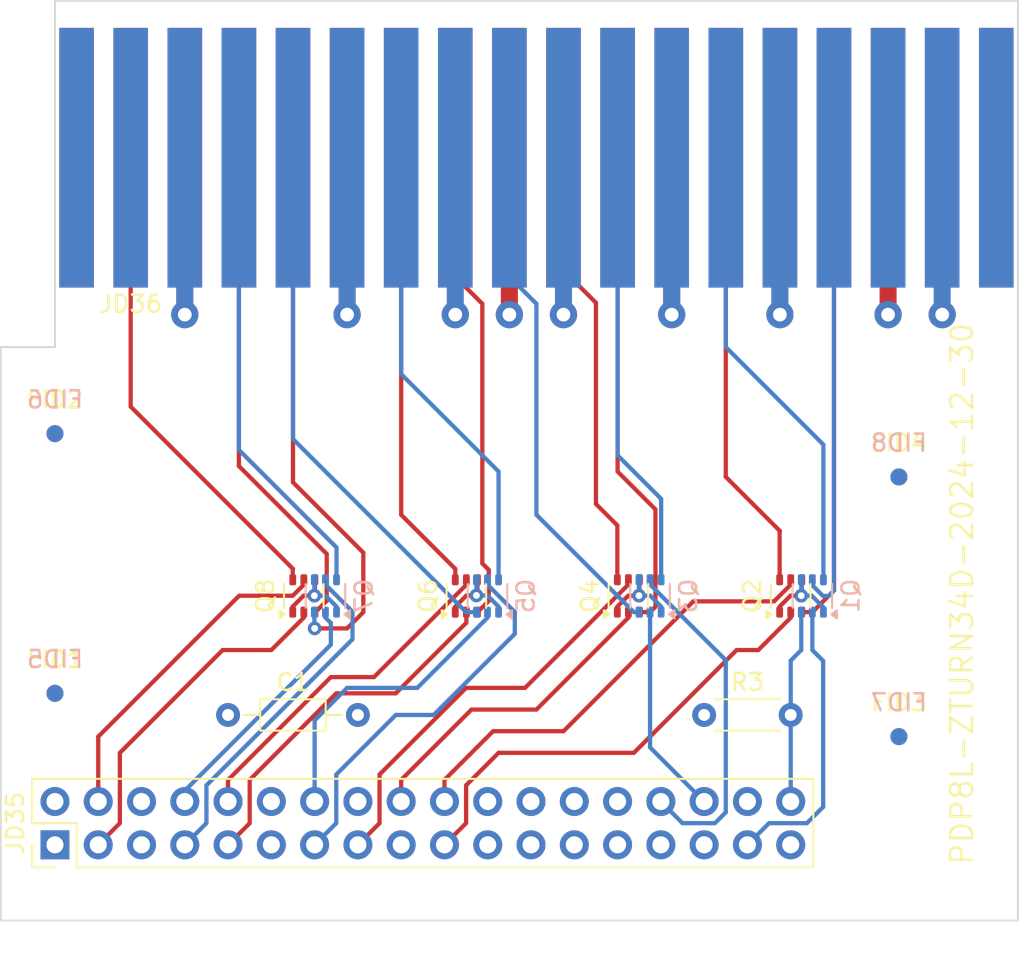
<source format=kicad_pcb>
(kicad_pcb (version 20221018) (generator pcbnew)
  (layers (0 "F.Cu" signal) (1 "In1.Cu" signal) (2 "In2.Cu" signal) (31 "B.Cu" signal) (34 "B.Paste" user) (35 "F.Paste" user) (36 "B.SilkS" user "B.Silkscreen") (37 "F.SilkS" user "F.Silkscreen") (38 "B.Mask" user) (39 "F.Mask" user) (44 "Edge.Cuts" user))
  (net 0 "")
  (net 1 "/jINPUTBUS_00")
  (net 2 "/jINPUTBUS_01")
  (net 3 "/jINPUTBUS_09")
  (net 4 "/jINPUTBUS_02")
  (net 5 "/jINPUTBUS_10")
  (net 6 "/jINPUTBUS_03")
  (net 7 "/jINPUTBUS_11")
  (net 8 "/jINPUTBUS_04")
  (net 9 "/j_IO_SKIP")
  (net 10 "/jINPUTBUS_05")
  (net 11 "/jINPUTBUS_06")
  (net 12 "/j_INT_RQST")
  (net 13 "/jINPUTBUS_07")
  (net 14 "/j_AC_CLEAR")
  (net 15 "/jINPUTBUS_08")
  (net 16 "/p_B_RUN")
  (net 17 "GND")
  (net 18 "+5V")
  (net 21 "/x_INPUTBUS")
  (net 26 "/PIOBUSA")
  (net 27 "/PIOBUSH")
  (net 28 "/PIOBUSB")
  (net 29 "/PIOBUSJ")
  (net 30 "/PIOBUSC")
  (net 31 "/PIOBUSK")
  (net 32 "/PIOBUSD")
  (net 33 "/PIOBUSL")
  (net 34 "/PIOBUSE")
  (net 35 "/PIOBUSM")
  (net 36 "/PIOBUSF")
  (net 37 "/PIOBUSN")
  (net 39 "/r_BMB")
  (net 40 "/iIO_SKIP")
  (net 41 "/iAC_CLEAR")
  (net 42 "/oB_RUN")
  (net 44 "+3V3")
  (net 45 "/iINT_RQST")
  (footprint "Resistor_THT:R_Axial_DIN0204_L3.6mm_D1.6mm_P7.62mm_Horizontal" (layer "F.Cu") (at 13.335 41.91)
    (fp_text reference "C1" (at 3.81 -1.92) (layer "F.SilkS"))
    (fp_text value "0.1u")
    (fp_line (start 0.94 0) (end 1.89 0) (stroke (width 0.12)) (layer "F.SilkS"))
    (fp_line (start 1.89 -0.92) (end 1.89 0.92) (stroke (width 0.12)) (layer "F.SilkS"))
    (fp_line (start 1.89 0.92) (end 5.73 0.92) (stroke (width 0.12)) (layer "F.SilkS"))
    (fp_line (start 5.73 -0.92) (end 1.89 -0.92) (stroke (width 0.12)) (layer "F.SilkS"))
    (fp_line (start 5.73 0.92) (end 5.73 -0.92) (stroke (width 0.12)) (layer "F.SilkS"))
    (fp_line (start 6.68 0) (end 5.73 0) (stroke (width 0.12)) (layer "F.SilkS"))
    (pad "1" thru_hole circle (at 0 0) (size 1.4 1.4) (drill 0.7) (layers "*.Cu" "*.Mask") (net 44 "+3V3"))
    (pad "2" thru_hole oval (at 7.62 0) (size 1.4 1.4) (drill 0.7) (layers "*.Cu" "*.Mask") (net 17 "GND"))
  )
  (footprint "Fiducial:Fiducial_1mm_Mask2mm" (layer "F.Cu") (at 3.175 25.4)
    (fp_text reference "FID2" (at 0 -2) (layer "F.SilkS"))
    (fp_text value "Fiducial")
    (pad "" smd circle (at 0 0) (size 1 1) (layers "F.Cu" "F.Mask") (clearance 0.5))
  )
  (footprint "Package_TO_SOT_SMD:SOT-363_SC-70-6" (layer "F.Cu") (at 17.78 34.925 90)
    (fp_text reference "Q8" (at 0 -2.25 90) (layer "F.SilkS"))
    (fp_text value "SSM6N15AFU")
    (fp_line (start -0.71 -1.16) (end 0.7 -1.16) (stroke (width 0.12)) (layer "F.SilkS"))
    (fp_line (start -0.7 1.16) (end 0.7 1.16) (stroke (width 0.12)) (layer "F.SilkS"))
    (fp_poly (pts (xy -1.08 -1.11) (xy -1.32 -1.44) (xy -0.84 -1.44) (xy -1.08 -1.11)) (stroke (width 0.12)) (fill solid) (layer "F.SilkS"))
    (pad "1" smd roundrect (at -0.95 -0.65 90) (size 0.65 0.4) (layers "F.Cu" "F.Paste" "F.Mask") (net 17 "GND"))
    (pad "2" smd roundrect (at -0.95 0 90) (size 0.65 0.4) (layers "F.Cu" "F.Paste" "F.Mask") (net 26 "/PIOBUSA"))
    (pad "3" smd roundrect (at -0.95 0.65 90) (size 0.65 0.4) (layers "F.Cu" "F.Paste" "F.Mask") (net 2 "/jINPUTBUS_01"))
    (pad "4" smd roundrect (at 0.95 0.65 90) (size 0.65 0.4) (layers "F.Cu" "F.Paste" "F.Mask") (net 17 "GND"))
    (pad "5" smd roundrect (at 0.95 0 90) (size 0.65 0.4) (layers "F.Cu" "F.Paste" "F.Mask") (net 27 "/PIOBUSH"))
    (pad "6" smd roundrect (at 0.95 -0.65 90) (size 0.65 0.4) (layers "F.Cu" "F.Paste" "F.Mask") (net 1 "/jINPUTBUS_00"))
  )
  (footprint "Fiducial:Fiducial_1mm_Mask2mm" (layer "F.Cu") (at 3.175 40.64)
    (fp_text reference "FID1" (at 0 -2) (layer "F.SilkS"))
    (fp_text value "Fiducial")
    (pad "" smd circle (at 0 0) (size 1 1) (layers "F.Cu" "F.Mask") (clearance 0.5))
  )
  (footprint "Package_TO_SOT_SMD:SOT-363_SC-70-6" (layer "F.Cu") (at 27.32 34.9275 90)
    (fp_text reference "Q6" (at 0 -2.25 90) (layer "F.SilkS"))
    (fp_text value "SSM6N15AFU")
    (fp_line (start -0.71 -1.16) (end 0.7 -1.16) (stroke (width 0.12)) (layer "F.SilkS"))
    (fp_line (start -0.7 1.16) (end 0.7 1.16) (stroke (width 0.12)) (layer "F.SilkS"))
    (fp_poly (pts (xy -1.08 -1.11) (xy -1.32 -1.44) (xy -0.84 -1.44) (xy -1.08 -1.11)) (stroke (width 0.12)) (fill solid) (layer "F.SilkS"))
    (pad "1" smd roundrect (at -0.95 -0.65 90) (size 0.65 0.4) (layers "F.Cu" "F.Paste" "F.Mask") (net 17 "GND"))
    (pad "2" smd roundrect (at -0.95 0 90) (size 0.65 0.4) (layers "F.Cu" "F.Paste" "F.Mask") (net 30 "/PIOBUSC"))
    (pad "3" smd roundrect (at -0.95 0.65 90) (size 0.65 0.4) (layers "F.Cu" "F.Paste" "F.Mask") (net 8 "/jINPUTBUS_04"))
    (pad "4" smd roundrect (at 0.95 0.65 90) (size 0.65 0.4) (layers "F.Cu" "F.Paste" "F.Mask") (net 17 "GND"))
    (pad "5" smd roundrect (at 0.95 0 90) (size 0.65 0.4) (layers "F.Cu" "F.Paste" "F.Mask") (net 31 "/PIOBUSK"))
    (pad "6" smd roundrect (at 0.95 -0.65 90) (size 0.65 0.4) (layers "F.Cu" "F.Paste" "F.Mask") (net 6 "/jINPUTBUS_03"))
  )
  (footprint "Connector_PinHeader_2.54mm:PinHeader_2x18_P2.54mm_Vertical" (layer "F.Cu") (at 3.175 49.53 90)
    (fp_text reference "JD35" (at 1.27 -2.33 90) (layer "F.SilkS"))
    (fp_text value "Conn_02x18_Odd_Even")
    (fp_line (start -1.33 -1.33) (end 0 -1.33) (stroke (width 0.12)) (layer "F.SilkS"))
    (fp_line (start -1.33 0) (end -1.33 -1.33) (stroke (width 0.12)) (layer "F.SilkS"))
    (fp_line (start -1.33 1.27) (end -1.33 44.51) (stroke (width 0.12)) (layer "F.SilkS"))
    (fp_line (start -1.33 1.27) (end 1.27 1.27) (stroke (width 0.12)) (layer "F.SilkS"))
    (fp_line (start -1.33 44.51) (end 3.87 44.51) (stroke (width 0.12)) (layer "F.SilkS"))
    (fp_line (start 1.27 -1.33) (end 3.87 -1.33) (stroke (width 0.12)) (layer "F.SilkS"))
    (fp_line (start 1.27 1.27) (end 1.27 -1.33) (stroke (width 0.12)) (layer "F.SilkS"))
    (fp_line (start 3.87 -1.33) (end 3.87 44.51) (stroke (width 0.12)) (layer "F.SilkS"))
    (pad "1" thru_hole rect (at 0 0 90) (size 1.7 1.7) (drill 1) (layers "*.Cu" "*.Mask") (net 17 "GND"))
    (pad "2" thru_hole oval (at 2.54 0 90) (size 1.7 1.7) (drill 1) (layers "*.Cu" "*.Mask") (net 44 "+3V3"))
    (pad "3" thru_hole oval (at 0 2.54 90) (size 1.7 1.7) (drill 1) (layers "*.Cu" "*.Mask") (net 26 "/PIOBUSA"))
    (pad "4" thru_hole oval (at 2.54 2.54 90) (size 1.7 1.7) (drill 1) (layers "*.Cu" "*.Mask") (net 27 "/PIOBUSH"))
    (pad "5" thru_hole oval (at 0 5.08 90) (size 1.7 1.7) (drill 1) (layers "*.Cu" "*.Mask") (net 17 "GND"))
    (pad "6" thru_hole oval (at 2.54 5.08 90) (size 1.7 1.7) (drill 1) (layers "*.Cu" "*.Mask") (net 17 "GND"))
    (pad "7" thru_hole oval (at 0 7.62 90) (size 1.7 1.7) (drill 1) (layers "*.Cu" "*.Mask") (net 28 "/PIOBUSB"))
    (pad "8" thru_hole oval (at 2.54 7.62 90) (size 1.7 1.7) (drill 1) (layers "*.Cu" "*.Mask") (net 29 "/PIOBUSJ"))
    (pad "9" thru_hole oval (at 0 10.16 90) (size 1.7 1.7) (drill 1) (layers "*.Cu" "*.Mask") (net 30 "/PIOBUSC"))
    (pad "10" thru_hole oval (at 2.54 10.16 90) (size 1.7 1.7) (drill 1) (layers "*.Cu" "*.Mask") (net 31 "/PIOBUSK"))
    (pad "11" thru_hole oval (at 0 12.7 90) (size 1.7 1.7) (drill 1) (layers "*.Cu" "*.Mask") (net 17 "GND"))
    (pad "12" thru_hole oval (at 2.54 12.7 90) (size 1.7 1.7) (drill 1) (layers "*.Cu" "*.Mask") (net 17 "GND"))
    (pad "13" thru_hole oval (at 0 15.24 90) (size 1.7 1.7) (drill 1) (layers "*.Cu" "*.Mask") (net 32 "/PIOBUSD"))
    (pad "14" thru_hole oval (at 2.54 15.24 90) (size 1.7 1.7) (drill 1) (layers "*.Cu" "*.Mask") (net 33 "/PIOBUSL"))
    (pad "15" thru_hole oval (at 0 17.78 90) (size 1.7 1.7) (drill 1) (layers "*.Cu" "*.Mask") (net 34 "/PIOBUSE"))
    (pad "16" thru_hole oval (at 2.54 17.78 90) (size 1.7 1.7) (drill 1) (layers "*.Cu" "*.Mask") (net 17 "GND"))
    (pad "17" thru_hole oval (at 0 20.32 90) (size 1.7 1.7) (drill 1) (layers "*.Cu" "*.Mask") (net 17 "GND"))
    (pad "18" thru_hole oval (at 2.54 20.32 90) (size 1.7 1.7) (drill 1) (layers "*.Cu" "*.Mask") (net 35 "/PIOBUSM"))
    (pad "19" thru_hole oval (at 0 22.86 90) (size 1.7 1.7) (drill 1) (layers "*.Cu" "*.Mask") (net 36 "/PIOBUSF"))
    (pad "20" thru_hole oval (at 2.54 22.86 90) (size 1.7 1.7) (drill 1) (layers "*.Cu" "*.Mask") (net 37 "/PIOBUSN"))
    (pad "21" thru_hole oval (at 0 25.4 90) (size 1.7 1.7) (drill 1) (layers "*.Cu" "*.Mask") (net 21 "/x_INPUTBUS"))
    (pad "22" thru_hole oval (at 2.54 25.4 90) (size 1.7 1.7) (drill 1) (layers "*.Cu" "*.Mask"))
    (pad "23" thru_hole oval (at 0 27.94 90) (size 1.7 1.7) (drill 1) (layers "*.Cu" "*.Mask") (net 17 "GND"))
    (pad "24" thru_hole oval (at 2.54 27.94 90) (size 1.7 1.7) (drill 1) (layers "*.Cu" "*.Mask") (net 17 "GND"))
    (pad "25" thru_hole oval (at 0 30.48 90) (size 1.7 1.7) (drill 1) (layers "*.Cu" "*.Mask"))
    (pad "26" thru_hole oval (at 2.54 30.48 90) (size 1.7 1.7) (drill 1) (layers "*.Cu" "*.Mask"))
    (pad "27" thru_hole oval (at 0 33.02 90) (size 1.7 1.7) (drill 1) (layers "*.Cu" "*.Mask") (net 17 "GND"))
    (pad "28" thru_hole oval (at 2.54 33.02 90) (size 1.7 1.7) (drill 1) (layers "*.Cu" "*.Mask") (net 17 "GND"))
    (pad "29" thru_hole oval (at 0 35.56 90) (size 1.7 1.7) (drill 1) (layers "*.Cu" "*.Mask") (net 39 "/r_BMB"))
    (pad "30" thru_hole oval (at 2.54 35.56 90) (size 1.7 1.7) (drill 1) (layers "*.Cu" "*.Mask") (net 40 "/iIO_SKIP"))
    (pad "31" thru_hole oval (at 0 38.1 90) (size 1.7 1.7) (drill 1) (layers "*.Cu" "*.Mask") (net 17 "GND"))
    (pad "32" thru_hole oval (at 2.54 38.1 90) (size 1.7 1.7) (drill 1) (layers "*.Cu" "*.Mask") (net 45 "/iINT_RQST"))
    (pad "33" thru_hole oval (at 0 40.64 90) (size 1.7 1.7) (drill 1) (layers "*.Cu" "*.Mask") (net 41 "/iAC_CLEAR"))
    (pad "34" thru_hole oval (at 2.54 40.64 90) (size 1.7 1.7) (drill 1) (layers "*.Cu" "*.Mask") (net 17 "GND"))
    (pad "35" thru_hole oval (at 0 43.18 90) (size 1.7 1.7) (drill 1) (layers "*.Cu" "*.Mask"))
    (pad "36" thru_hole oval (at 2.54 43.18 90) (size 1.7 1.7) (drill 1) (layers "*.Cu" "*.Mask") (net 42 "/oB_RUN"))
  )
  (footprint "footprints:2x18-edge" (layer "F.Cu") (at 58.42 9.2075)
    (fp_text reference "JD36" (at -50.8 8.5725) (layer "F.SilkS"))
    (fp_text value "2x18edgecon")
    (pad "A1" connect rect (at -53.975 0) (size 2.032 15.24) (layers "F.Cu" "F.Mask"))
    (pad "A2" connect rect (at -53.975 0) (size 2.032 15.24) (layers "B.Cu" "B.Mask") (net 18 "+5V"))
    (pad "B1" connect rect (at -50.8 0) (size 2.032 15.24) (layers "F.Cu" "F.Mask") (net 1 "/jINPUTBUS_00"))
    (pad "B2" connect rect (at -50.8 0) (size 2.032 15.24) (layers "B.Cu" "B.Mask"))
    (pad "C1" connect rect (at -47.625 0) (size 2.032 15.24) (layers "F.Cu" "F.Mask") (net 17 "GND"))
    (pad "C2" connect rect (at -47.625 0) (size 2.032 15.24) (layers "B.Cu" "B.Mask") (net 17 "GND"))
    (pad "D1" connect rect (at -44.45 0) (size 2.032 15.24) (layers "F.Cu" "F.Mask") (net 2 "/jINPUTBUS_01"))
    (pad "D2" connect rect (at -44.45 0) (size 2.032 15.24) (layers "B.Cu" "B.Mask") (net 3 "/jINPUTBUS_09"))
    (pad "E1" connect rect (at -41.275 0) (size 2.032 15.24) (layers "F.Cu" "F.Mask") (net 4 "/jINPUTBUS_02"))
    (pad "E2" connect rect (at -41.275 0) (size 2.032 15.24) (layers "B.Cu" "B.Mask") (net 5 "/jINPUTBUS_10"))
    (pad "F1" connect rect (at -38.1 0) (size 2.032 15.24) (layers "F.Cu" "F.Mask") (net 17 "GND"))
    (pad "F2" connect rect (at -38.1 0) (size 2.032 15.24) (layers "B.Cu" "B.Mask") (net 17 "GND"))
    (pad "H1" connect rect (at -34.925 0) (size 2.032 15.24) (layers "F.Cu" "F.Mask") (net 6 "/jINPUTBUS_03"))
    (pad "H2" connect rect (at -34.925 0) (size 2.032 15.24) (layers "B.Cu" "B.Mask") (net 7 "/jINPUTBUS_11"))
    (pad "J1" connect rect (at -31.75 0) (size 2.032 15.24) (layers "F.Cu" "F.Mask") (net 8 "/jINPUTBUS_04"))
    (pad "J2" connect rect (at -31.75 0) (size 2.032 15.24) (layers "B.Cu" "B.Mask") (net 17 "GND"))
    (pad "K1" connect rect (at -28.575 0) (size 2.032 15.24) (layers "F.Cu" "F.Mask") (net 17 "GND"))
    (pad "K2" connect rect (at -28.575 0) (size 2.032 15.24) (layers "B.Cu" "B.Mask") (net 9 "/j_IO_SKIP"))
    (pad "L1" connect rect (at -25.4 0) (size 2.032 15.24) (layers "F.Cu" "F.Mask") (net 10 "/jINPUTBUS_05"))
    (pad "L2" connect rect (at -25.4 0) (size 2.032 15.24) (layers "B.Cu" "B.Mask") (net 17 "GND"))
    (pad "M1" connect rect (at -22.225 0) (size 2.032 15.24) (layers "F.Cu" "F.Mask") (net 11 "/jINPUTBUS_06"))
    (pad "M2" connect rect (at -22.225 0) (size 2.032 15.24) (layers "B.Cu" "B.Mask") (net 12 "/j_INT_RQST"))
    (pad "N1" connect rect (at -19.05 0) (size 2.032 15.24) (layers "F.Cu" "F.Mask") (net 17 "GND"))
    (pad "N2" connect rect (at -19.05 0) (size 2.032 15.24) (layers "B.Cu" "B.Mask") (net 17 "GND"))
    (pad "P1" connect rect (at -15.875 0) (size 2.032 15.24) (layers "F.Cu" "F.Mask") (net 13 "/jINPUTBUS_07"))
    (pad "P2" connect rect (at -15.875 0) (size 2.032 15.24) (layers "B.Cu" "B.Mask") (net 14 "/j_AC_CLEAR"))
    (pad "R1" connect rect (at -12.7 0) (size 2.032 15.24) (layers "F.Cu" "F.Mask") (net 17 "GND"))
    (pad "R2" connect rect (at -12.7 0) (size 2.032 15.24) (layers "B.Cu" "B.Mask") (net 17 "GND"))
    (pad "S1" connect rect (at -9.525 0) (size 2.032 15.24) (layers "F.Cu" "F.Mask") (net 15 "/jINPUTBUS_08"))
    (pad "S2" connect rect (at -9.525 0) (size 2.032 15.24) (layers "B.Cu" "B.Mask") (net 16 "/p_B_RUN"))
    (pad "T1" connect rect (at -6.35 0) (size 2.032 15.24) (layers "F.Cu" "F.Mask") (net 17 "GND"))
    (pad "T2" connect rect (at -6.35 0) (size 2.032 15.24) (layers "B.Cu" "B.Mask"))
    (pad "U1" connect rect (at -3.175 0) (size 2.032 15.24) (layers "F.Cu" "F.Mask"))
    (pad "U2" connect rect (at -3.175 0) (size 2.032 15.24) (layers "B.Cu" "B.Mask") (net 17 "GND"))
    (pad "V1" connect rect (at 0 0) (size 2.032 15.24) (layers "F.Cu" "F.Mask"))
    (pad "V2" connect rect (at 0 0) (size 2.032 15.24) (layers "B.Cu" "B.Mask"))
  )
  (footprint "Resistor_THT:R_Axial_DIN0204_L3.6mm_D1.6mm_P5.08mm_Horizontal" (layer "F.Cu") (at 41.275 41.91)
    (fp_text reference "R3" (at 2.54 -1.92) (layer "F.SilkS"))
    (fp_text value "1K")
    (fp_line (start 0.62 -0.92) (end 4.46 -0.92) (stroke (width 0.12)) (layer "F.SilkS"))
    (fp_line (start 0.62 0.92) (end 4.46 0.92) (stroke (width 0.12)) (layer "F.SilkS"))
    (pad "1" thru_hole circle (at 0 0) (size 1.4 1.4) (drill 0.7) (layers "*.Cu" "*.Mask") (net 44 "+3V3"))
    (pad "2" thru_hole oval (at 5.08 0) (size 1.4 1.4) (drill 0.7) (layers "*.Cu" "*.Mask") (net 42 "/oB_RUN"))
  )
  (footprint "Package_TO_SOT_SMD:SOT-363_SC-70-6" (layer "F.Cu") (at 46.355 34.925 90)
    (fp_text reference "Q2" (at 0 -2.25 90) (layer "F.SilkS"))
    (fp_text value "SSM6N15AFU")
    (fp_line (start -0.71 -1.16) (end 0.7 -1.16) (stroke (width 0.12)) (layer "F.SilkS"))
    (fp_line (start -0.7 1.16) (end 0.7 1.16) (stroke (width 0.12)) (layer "F.SilkS"))
    (fp_poly (pts (xy -1.08 -1.11) (xy -1.32 -1.44) (xy -0.84 -1.44) (xy -1.08 -1.11)) (stroke (width 0.12)) (fill solid) (layer "F.SilkS"))
    (pad "1" smd roundrect (at -0.95 -0.65 90) (size 0.65 0.4) (layers "F.Cu" "F.Paste" "F.Mask") (net 17 "GND"))
    (pad "2" smd roundrect (at -0.95 0 90) (size 0.65 0.4) (layers "F.Cu" "F.Paste" "F.Mask") (net 36 "/PIOBUSF"))
    (pad "3" smd roundrect (at -0.95 0.65 90) (size 0.65 0.4) (layers "F.Cu" "F.Paste" "F.Mask") (net 15 "/jINPUTBUS_08"))
    (pad "4" smd roundrect (at 0.95 0.65 90) (size 0.65 0.4) (layers "F.Cu" "F.Paste" "F.Mask") (net 17 "GND"))
    (pad "5" smd roundrect (at 0.95 0 90) (size 0.65 0.4) (layers "F.Cu" "F.Paste" "F.Mask") (net 37 "/PIOBUSN"))
    (pad "6" smd roundrect (at 0.95 -0.65 90) (size 0.65 0.4) (layers "F.Cu" "F.Paste" "F.Mask") (net 13 "/jINPUTBUS_07"))
  )
  (footprint "Package_TO_SOT_SMD:SOT-363_SC-70-6" (layer "F.Cu") (at 36.83 34.9225 90)
    (fp_text reference "Q4" (at 0 -2.25 90) (layer "F.SilkS"))
    (fp_text value "SSM6N15AFU")
    (fp_line (start -0.71 -1.16) (end 0.7 -1.16) (stroke (width 0.12)) (layer "F.SilkS"))
    (fp_line (start -0.7 1.16) (end 0.7 1.16) (stroke (width 0.12)) (layer "F.SilkS"))
    (fp_poly (pts (xy -1.08 -1.11) (xy -1.32 -1.44) (xy -0.84 -1.44) (xy -1.08 -1.11)) (stroke (width 0.12)) (fill solid) (layer "F.SilkS"))
    (pad "1" smd roundrect (at -0.95 -0.65 90) (size 0.65 0.4) (layers "F.Cu" "F.Paste" "F.Mask") (net 17 "GND"))
    (pad "2" smd roundrect (at -0.95 0 90) (size 0.65 0.4) (layers "F.Cu" "F.Paste" "F.Mask") (net 35 "/PIOBUSM"))
    (pad "3" smd roundrect (at -0.95 0.65 90) (size 0.65 0.4) (layers "F.Cu" "F.Paste" "F.Mask") (net 11 "/jINPUTBUS_06"))
    (pad "4" smd roundrect (at 0.95 0.65 90) (size 0.65 0.4) (layers "F.Cu" "F.Paste" "F.Mask") (net 17 "GND"))
    (pad "5" smd roundrect (at 0.95 0 90) (size 0.65 0.4) (layers "F.Cu" "F.Paste" "F.Mask") (net 34 "/PIOBUSE"))
    (pad "6" smd roundrect (at 0.95 -0.65 90) (size 0.65 0.4) (layers "F.Cu" "F.Paste" "F.Mask") (net 10 "/jINPUTBUS_05"))
  )
  (footprint "Fiducial:Fiducial_1mm_Mask2mm" (layer "F.Cu") (at 52.705 43.18)
    (fp_text reference "FID3" (at 0 -2) (layer "F.SilkS"))
    (fp_text value "Fiducial")
    (pad "" smd circle (at 0 0) (size 1 1) (layers "F.Cu" "F.Mask") (clearance 0.5))
  )
  (footprint "Fiducial:Fiducial_1mm_Mask2mm" (layer "F.Cu") (at 52.705 27.94)
    (fp_text reference "FID4" (at 0 -2) (layer "F.SilkS"))
    (fp_text value "Fiducial")
    (pad "" smd circle (at 0 0) (size 1 1) (layers "F.Cu" "F.Mask") (clearance 0.5))
  )
  (footprint "Package_TO_SOT_SMD:SOT-363_SC-70-6" (layer "B.Cu") (at 19.05 34.925 90)
    (fp_text reference "Q7" (at 0 2.25 90) (layer "B.SilkS") (effects (justify mirror)))
    (fp_text value "SSM6N15AFU")
    (fp_line (start -0.71 1.16) (end 0.7 1.16) (stroke (width 0.12)) (layer "B.SilkS"))
    (fp_line (start -0.7 -1.16) (end 0.7 -1.16) (stroke (width 0.12)) (layer "B.SilkS"))
    (fp_poly (pts (xy -1.08 1.11) (xy -1.32 1.44) (xy -0.84 1.44) (xy -1.08 1.11)) (stroke (width 0.12)) (fill solid) (layer "B.SilkS"))
    (pad "1" smd roundrect (at -0.95 0.65 90) (size 0.65 0.4) (layers "B.Cu" "B.Paste" "B.Mask") (net 17 "GND"))
    (pad "2" smd roundrect (at -0.95 0 90) (size 0.65 0.4) (layers "B.Cu" "B.Paste" "B.Mask") (net 29 "/PIOBUSJ"))
    (pad "3" smd roundrect (at -0.95 -0.65 90) (size 0.65 0.4) (layers "B.Cu" "B.Paste" "B.Mask") (net 4 "/jINPUTBUS_02"))
    (pad "4" smd roundrect (at 0.95 -0.65 90) (size 0.65 0.4) (layers "B.Cu" "B.Paste" "B.Mask") (net 17 "GND"))
    (pad "5" smd roundrect (at 0.95 0 90) (size 0.65 0.4) (layers "B.Cu" "B.Paste" "B.Mask") (net 28 "/PIOBUSB"))
    (pad "6" smd roundrect (at 0.95 0.65 90) (size 0.65 0.4) (layers "B.Cu" "B.Paste" "B.Mask") (net 3 "/jINPUTBUS_09"))
  )
  (footprint "Fiducial:Fiducial_1mm_Mask2mm" (layer "B.Cu") (at 3.175 25.4 180)
    (fp_text reference "FID6" (at 0 2) (layer "B.SilkS") (effects (justify mirror)))
    (fp_text value "Fiducial")
    (pad "" smd circle (at 0 0 180) (size 1 1) (layers "B.Cu" "B.Mask") (clearance 0.5))
  )
  (footprint "Package_TO_SOT_SMD:SOT-363_SC-70-6" (layer "B.Cu") (at 28.56 34.9275 90)
    (fp_text reference "Q5" (at 0 2.25 90) (layer "B.SilkS") (effects (justify mirror)))
    (fp_text value "SSM6N15AFU")
    (fp_line (start -0.71 1.16) (end 0.7 1.16) (stroke (width 0.12)) (layer "B.SilkS"))
    (fp_line (start -0.7 -1.16) (end 0.7 -1.16) (stroke (width 0.12)) (layer "B.SilkS"))
    (fp_poly (pts (xy -1.08 1.11) (xy -1.32 1.44) (xy -0.84 1.44) (xy -1.08 1.11)) (stroke (width 0.12)) (fill solid) (layer "B.SilkS"))
    (pad "1" smd roundrect (at -0.95 0.65 90) (size 0.65 0.4) (layers "B.Cu" "B.Paste" "B.Mask") (net 17 "GND"))
    (pad "2" smd roundrect (at -0.95 0 90) (size 0.65 0.4) (layers "B.Cu" "B.Paste" "B.Mask") (net 33 "/PIOBUSL"))
    (pad "3" smd roundrect (at -0.95 -0.65 90) (size 0.65 0.4) (layers "B.Cu" "B.Paste" "B.Mask") (net 5 "/jINPUTBUS_10"))
    (pad "4" smd roundrect (at 0.95 -0.65 90) (size 0.65 0.4) (layers "B.Cu" "B.Paste" "B.Mask") (net 17 "GND"))
    (pad "5" smd roundrect (at 0.95 0 90) (size 0.65 0.4) (layers "B.Cu" "B.Paste" "B.Mask") (net 32 "/PIOBUSD"))
    (pad "6" smd roundrect (at 0.95 0.65 90) (size 0.65 0.4) (layers "B.Cu" "B.Paste" "B.Mask") (net 7 "/jINPUTBUS_11"))
  )
  (footprint "Package_TO_SOT_SMD:SOT-363_SC-70-6" (layer "B.Cu") (at 38.1 34.9225 90)
    (fp_text reference "Q3" (at 0 2.25 90) (layer "B.SilkS") (effects (justify mirror)))
    (fp_text value "SSM6N15AFU")
    (fp_line (start -0.71 1.16) (end 0.7 1.16) (stroke (width 0.12)) (layer "B.SilkS"))
    (fp_line (start -0.7 -1.16) (end 0.7 -1.16) (stroke (width 0.12)) (layer "B.SilkS"))
    (fp_poly (pts (xy -1.08 1.11) (xy -1.32 1.44) (xy -0.84 1.44) (xy -1.08 1.11)) (stroke (width 0.12)) (fill solid) (layer "B.SilkS"))
    (pad "1" smd roundrect (at -0.95 0.65 90) (size 0.65 0.4) (layers "B.Cu" "B.Paste" "B.Mask") (net 17 "GND"))
    (pad "2" smd roundrect (at -0.95 0 90) (size 0.65 0.4) (layers "B.Cu" "B.Paste" "B.Mask") (net 45 "/iINT_RQST"))
    (pad "3" smd roundrect (at -0.95 -0.65 90) (size 0.65 0.4) (layers "B.Cu" "B.Paste" "B.Mask") (net 9 "/j_IO_SKIP"))
    (pad "4" smd roundrect (at 0.95 -0.65 90) (size 0.65 0.4) (layers "B.Cu" "B.Paste" "B.Mask") (net 17 "GND"))
    (pad "5" smd roundrect (at 0.95 0 90) (size 0.65 0.4) (layers "B.Cu" "B.Paste" "B.Mask") (net 40 "/iIO_SKIP"))
    (pad "6" smd roundrect (at 0.95 0.65 90) (size 0.65 0.4) (layers "B.Cu" "B.Paste" "B.Mask") (net 12 "/j_INT_RQST"))
  )
  (footprint "Package_TO_SOT_SMD:SOT-363_SC-70-6" (layer "B.Cu") (at 47.625 34.925 90)
    (fp_text reference "Q1" (at 0 2.25 90) (layer "B.SilkS") (effects (justify mirror)))
    (fp_text value "SSM6N15AFU")
    (fp_line (start -0.71 1.16) (end 0.7 1.16) (stroke (width 0.12)) (layer "B.SilkS"))
    (fp_line (start -0.7 -1.16) (end 0.7 -1.16) (stroke (width 0.12)) (layer "B.SilkS"))
    (fp_poly (pts (xy -1.08 1.11) (xy -1.32 1.44) (xy -0.84 1.44) (xy -1.08 1.11)) (stroke (width 0.12)) (fill solid) (layer "B.SilkS"))
    (pad "1" smd roundrect (at -0.95 0.65 90) (size 0.65 0.4) (layers "B.Cu" "B.Paste" "B.Mask") (net 17 "GND"))
    (pad "2" smd roundrect (at -0.95 0 90) (size 0.65 0.4) (layers "B.Cu" "B.Paste" "B.Mask") (net 41 "/iAC_CLEAR"))
    (pad "3" smd roundrect (at -0.95 -0.65 90) (size 0.65 0.4) (layers "B.Cu" "B.Paste" "B.Mask") (net 42 "/oB_RUN"))
    (pad "4" smd roundrect (at 0.95 -0.65 90) (size 0.65 0.4) (layers "B.Cu" "B.Paste" "B.Mask") (net 17 "GND"))
    (pad "5" smd roundrect (at 0.95 0 90) (size 0.65 0.4) (layers "B.Cu" "B.Paste" "B.Mask") (net 16 "/p_B_RUN"))
    (pad "6" smd roundrect (at 0.95 0.65 90) (size 0.65 0.4) (layers "B.Cu" "B.Paste" "B.Mask") (net 14 "/j_AC_CLEAR"))
  )
  (footprint "Fiducial:Fiducial_1mm_Mask2mm" (layer "B.Cu") (at 3.175 40.64 180)
    (fp_text reference "FID5" (at 0 2) (layer "B.SilkS") (effects (justify mirror)))
    (fp_text value "Fiducial")
    (pad "" smd circle (at 0 0 180) (size 1 1) (layers "B.Cu" "B.Mask") (clearance 0.5))
  )
  (footprint "Fiducial:Fiducial_1mm_Mask2mm" (layer "B.Cu") (at 52.705 43.18 180)
    (fp_text reference "FID7" (at 0 2) (layer "B.SilkS") (effects (justify mirror)))
    (fp_text value "Fiducial")
    (pad "" smd circle (at 0 0 180) (size 1 1) (layers "B.Cu" "B.Mask") (clearance 0.5))
  )
  (footprint "Fiducial:Fiducial_1mm_Mask2mm" (layer "B.Cu") (at 52.705 27.94 180)
    (fp_text reference "FID8" (at 0 2) (layer "B.SilkS") (effects (justify mirror)))
    (fp_text value "Fiducial")
    (pad "" smd circle (at 0 0 180) (size 1 1) (layers "B.Cu" "B.Mask") (clearance 0.5))
  )
  (gr_line (start 3.175 0) (end 3.175 20.32) (stroke (width 0.1)) (layer "Edge.Cuts"))
  (gr_line (start 0 20.32) (end 3.175 20.32) (stroke (width 0.1)) (layer "Edge.Cuts"))
  (gr_line (start 3.175 0) (end 59.69 0) (stroke (width 0.1)) (layer "Edge.Cuts"))
  (gr_line (start 59.69 0) (end 59.69 53.975) (stroke (width 0.1)) (layer "Edge.Cuts"))
  (gr_line (start 0 53.975) (end 0 20.32) (stroke (width 0.1)) (layer "Edge.Cuts"))
  (gr_line (start 59.69 53.975) (end 0 53.975) (stroke (width 0.1)) (layer "Edge.Cuts"))
  (gr_text "PDP8L-ZTURN34D-2024-12-30" (at 57.15 50.8 90) (layer "F.SilkS") (effects (font (size 1.27 1.27)) (justify left bottom)))
  (segment (start 7.62 23.8125) (end 17.145 33.3375) (width 0.25) (layer "F.Cu") (net 1))
  (segment (start 17.145 33.3375) (end 17.13 33.3525) (width 0.25) (layer "F.Cu") (net 1))
  (segment (start 7.62 9.2075) (end 7.62 23.8125) (width 0.25) (layer "F.Cu") (net 1))
  (segment (start 17.13 33.3525) (end 17.13 33.975) (width 0.25) (layer "F.Cu") (net 1))
  (segment (start 19.125 35.210305) (end 19.125 32.46) (width 0.25) (layer "F.Cu") (net 2))
  (segment (start 19.125 32.46) (end 13.97 27.305) (width 0.25) (layer "F.Cu") (net 2))
  (segment (start 13.97 27.305) (end 13.97 9.2075) (width 0.25) (layer "F.Cu") (net 2))
  (segment (start 18.460305 35.875) (end 19.125 35.210305) (width 0.25) (layer "F.Cu") (net 2))
  (segment (start 19.7 32.0825) (end 19.7 33.975) (width 0.25) (layer "B.Cu") (net 3))
  (segment (start 13.97 9.2075) (end 13.97 26.3525) (width 0.25) (layer "B.Cu") (net 3))
  (segment (start 13.97 26.3525) (end 19.7 32.0825) (width 0.25) (layer "B.Cu") (net 3))
  (segment (start 21.2725 35.8775) (end 21.2725 32.385) (width 0.25) (layer "F.Cu") (net 4))
  (segment (start 21.2725 32.385) (end 17.145 28.2575) (width 0.25) (layer "F.Cu") (net 4))
  (segment (start 20.32 36.83) (end 21.2725 35.8775) (width 0.25) (layer "F.Cu") (net 4))
  (segment (start 17.145 28.2575) (end 17.145 9.2075) (width 0.25) (layer "F.Cu") (net 4))
  (segment (start 18.415 36.83) (end 20.32 36.83) (width 0.25) (layer "F.Cu") (net 4))
  (via (at 18.415 36.83) (size 0.8) (drill 0.4) (layers "F.Cu" "B.Cu") (net 4))
  (segment (start 18.415 36.83) (end 18.4 36.815) (width 0.25) (layer "B.Cu") (net 4))
  (segment (start 18.4 36.815) (end 18.4 35.875) (width 0.25) (layer "B.Cu") (net 4))
  (segment (start 17.145 25.7175) (end 17.145 9.2075) (width 0.25) (layer "B.Cu") (net 5))
  (segment (start 27.91 35.8775) (end 27.305 35.8775) (width 0.25) (layer "B.Cu") (net 5))
  (segment (start 27.305 35.8775) (end 17.145 25.7175) (width 0.25) (layer "B.Cu") (net 5))
  (segment (start 23.495 30.1625) (end 26.67 33.3375) (width 0.25) (layer "F.Cu") (net 6))
  (segment (start 26.67 33.3375) (end 26.67 33.9775) (width 0.25) (layer "F.Cu") (net 6))
  (segment (start 23.495 9.2075) (end 23.495 30.1625) (width 0.25) (layer "F.Cu") (net 6))
  (segment (start 23.495 21.9075) (end 23.495 9.2075) (width 0.25) (layer "B.Cu") (net 7))
  (segment (start 29.21 27.6225) (end 23.495 21.9075) (width 0.25) (layer "B.Cu") (net 7))
  (segment (start 29.21 33.9775) (end 29.21 27.6225) (width 0.25) (layer "B.Cu") (net 7))
  (segment (start 28.2575 33.02) (end 28.635 33.3975) (width 0.25) (layer "F.Cu") (net 8))
  (segment (start 28.635 35.2125) (end 27.97 35.8775) (width 0.25) (layer "F.Cu") (net 8))
  (segment (start 28.635 33.3975) (end 28.635 35.2125) (width 0.25) (layer "F.Cu") (net 8))
  (segment (start 26.67 16.1925) (end 28.2575 17.78) (width 0.25) (layer "F.Cu") (net 8))
  (segment (start 28.2575 17.78) (end 28.2575 33.02) (width 0.25) (layer "F.Cu") (net 8))
  (segment (start 29.845 16.1925) (end 31.4325 17.78) (width 0.25) (layer "B.Cu") (net 9))
  (segment (start 37.1425 35.8725) (end 37.45 35.8725) (width 0.25) (layer "B.Cu") (net 9))
  (segment (start 31.4325 17.78) (end 31.4325 30.1625) (width 0.25) (layer "B.Cu") (net 9))
  (segment (start 31.4325 30.1625) (end 37.1425 35.8725) (width 0.25) (layer "B.Cu") (net 9))
  (segment (start 34.925 17.7165) (end 33.02 15.8115) (width 0.25) (layer "F.Cu") (net 10))
  (segment (start 36.18 33.9725) (end 36.18 30.7825) (width 0.25) (layer "F.Cu") (net 10))
  (segment (start 36.18 30.7825) (end 34.925 29.5275) (width 0.25) (layer "F.Cu") (net 10))
  (segment (start 34.925 29.5275) (end 34.925 17.7165) (width 0.25) (layer "F.Cu") (net 10))
  (segment (start 38.1 35.8775) (end 38.4175 35.56) (width 0.25) (layer "F.Cu") (net 11))
  (segment (start 38.095 35.8725) (end 38.1 35.8775) (width 0.25) (layer "F.Cu") (net 11))
  (segment (start 38.4175 35.56) (end 38.4175 29.845) (width 0.25) (layer "F.Cu") (net 11))
  (segment (start 38.4175 29.845) (end 36.195 27.6225) (width 0.25) (layer "F.Cu") (net 11))
  (segment (start 36.195 27.6225) (end 36.195 9.2075) (width 0.25) (layer "F.Cu") (net 11))
  (segment (start 37.48 35.8725) (end 38.095 35.8725) (width 0.25) (layer "F.Cu") (net 11))
  (segment (start 38.75 29.225) (end 38.75 33.9725) (width 0.25) (layer "B.Cu") (net 12))
  (segment (start 36.195 9.2075) (end 36.195 26.67) (width 0.25) (layer "B.Cu") (net 12))
  (segment (start 36.195 26.67) (end 38.75 29.225) (width 0.25) (layer "B.Cu") (net 12))
  (segment (start 42.545 27.94) (end 45.72 31.115) (width 0.25) (layer "F.Cu") (net 13))
  (segment (start 45.705 31.13) (end 45.705 33.975) (width 0.25) (layer "F.Cu") (net 13))
  (segment (start 45.72 31.115) (end 45.705 31.13) (width 0.25) (layer "F.Cu") (net 13))
  (segment (start 42.545 9.2075) (end 42.545 27.94) (width 0.25) (layer "F.Cu") (net 13))
  (segment (start 42.545 20.32) (end 42.545 9.2075) (width 0.25) (layer "B.Cu") (net 14))
  (segment (start 48.275 26.05) (end 42.545 20.32) (width 0.25) (layer "B.Cu") (net 14))
  (segment (start 48.275 33.975) (end 48.275 26.05) (width 0.25) (layer "B.Cu") (net 14))
  (segment (start 47.6225 35.875) (end 47.625 35.8775) (width 0.25) (layer "F.Cu") (net 15))
  (segment (start 47.005 35.875) (end 47.6225 35.875) (width 0.25) (layer "F.Cu") (net 15))
  (segment (start 47.625 35.8775) (end 48.895 34.6075) (width 0.25) (layer "F.Cu") (net 15))
  (segment (start 48.895 34.6075) (end 48.895 9.2075) (width 0.25) (layer "F.Cu") (net 15))
  (segment (start 47.625 33.975) (end 47.625 34.299999) (width 0.25) (layer "B.Cu") (net 16))
  (segment (start 48.5775 34.925) (end 48.895 34.6075) (width 0.25) (layer "B.Cu") (net 16))
  (segment (start 48.250001 34.925) (end 48.5775 34.925) (width 0.25) (layer "B.Cu") (net 16))
  (segment (start 47.625 34.299999) (end 48.250001 34.925) (width 0.25) (layer "B.Cu") (net 16))
  (segment (start 48.895 34.6075) (end 48.895 9.2075) (width 0.25) (layer "B.Cu") (net 16))
  (segment (start 45.705 35.550001) (end 46.345001 34.91) (width 0.25) (layer "F.Cu") (net 17))
  (segment (start 39.37 12.7) (end 39.37 18.415) (width 1) (layer "F.Cu") (net 17))
  (segment (start 27.97 33.9775) (end 27.97 34.835) (width 0.25) (layer "F.Cu") (net 17))
  (segment (start 45.705 35.875) (end 45.705 35.550001) (width 0.25) (layer "F.Cu") (net 17))
  (segment (start 27.327501 34.895) (end 26.67 35.552501) (width 0.25) (layer "F.Cu") (net 17))
  (segment (start 47.005 33.975) (end 47.005 34.88) (width 0.25) (layer "F.Cu") (net 17))
  (segment (start 27.91 34.895) (end 27.327501 34.895) (width 0.25) (layer "F.Cu") (net 17))
  (segment (start 37.45 34.91) (end 36.817501 34.91) (width 0.25) (layer "F.Cu") (net 17))
  (segment (start 37.48 33.9725) (end 37.48 34.88) (width 0.25) (layer "F.Cu") (net 17))
  (segment (start 29.845 12.7) (end 29.845 18.415) (width 1) (layer "F.Cu") (net 17))
  (segment (start 17.13 35.550001) (end 17.13 35.875) (width 0.25) (layer "F.Cu") (net 17))
  (segment (start 18.43 34.88) (end 18.4 34.91) (width 0.25) (layer "F.Cu") (net 17))
  (segment (start 46.345001 34.91) (end 46.975 34.91) (width 0.25) (layer "F.Cu") (net 17))
  (segment (start 18.4 34.91) (end 17.770001 34.91) (width 0.25) (layer "F.Cu") (net 17))
  (segment (start 45.72 12.7) (end 45.72 18.415) (width 1) (layer "F.Cu") (net 17))
  (segment (start 26.67 35.552501) (end 26.67 35.8775) (width 0.25) (layer "F.Cu") (net 17))
  (segment (start 37.48 34.88) (end 37.45 34.91) (width 0.25) (layer "F.Cu") (net 17))
  (segment (start 20.32 12.7) (end 20.32 18.415) (width 1) (layer "F.Cu") (net 17))
  (segment (start 52.07 12.7) (end 52.07 18.415) (width 1) (layer "F.Cu") (net 17))
  (segment (start 47.005 34.88) (end 46.975 34.91) (width 0.25) (layer "F.Cu") (net 17))
  (segment (start 36.18 35.547501) (end 36.18 35.8725) (width 0.25) (layer "F.Cu") (net 17))
  (segment (start 10.795 18.415) (end 10.795 9.2075) (width 1) (layer "F.Cu") (net 17))
  (segment (start 27.97 34.835) (end 27.91 34.895) (width 0.25) (layer "F.Cu") (net 17))
  (segment (start 36.817501 34.91) (end 36.18 35.547501) (width 0.25) (layer "F.Cu") (net 17))
  (segment (start 17.770001 34.91) (end 17.13 35.550001) (width 0.25) (layer "F.Cu") (net 17))
  (segment (start 18.43 33.975) (end 18.43 34.88) (width 0.25) (layer "F.Cu") (net 17))
  (via (at 37.45 34.91) (size 0.8) (drill 0.4) (layers "F.Cu" "B.Cu") (net 17))
  (via (at 33.02 18.415) (size 1.6) (drill 0.80508) (layers "F.Cu" "B.Cu") (net 17))
  (via (at 26.67 18.415) (size 1.6) (drill 0.80508) (layers "F.Cu" "B.Cu") (net 17))
  (via (at 52.07 18.415) (size 1.6) (drill 0.80508) (layers "F.Cu" "B.Cu") (net 17))
  (via (at 39.37 18.415) (size 1.6) (drill 0.80508) (layers "F.Cu" "B.Cu") (net 17))
  (via (at 20.32 18.415) (size 1.6) (drill 0.80508) (layers "F.Cu" "B.Cu") (net 17))
  (via (at 29.845 18.415) (size 1.6) (drill 0.80508) (layers "F.Cu" "B.Cu") (net 17))
  (via (at 27.91 34.895) (size 0.8) (drill 0.4) (layers "F.Cu" "B.Cu") (net 17))
  (via (at 55.245 18.415) (size 1.6) (drill 0.80508) (layers "F.Cu" "B.Cu") (net 17))
  (via (at 46.975 34.91) (size 0.8) (drill 0.4) (layers "F.Cu" "B.Cu") (net 17))
  (via (at 45.72 18.415) (size 1.6) (drill 0.80508) (layers "F.Cu" "B.Cu") (net 17))
  (via (at 10.795 18.415) (size 1.6) (drill 0.80508) (layers "F.Cu" "B.Cu") (net 17))
  (via (at 18.4 34.91) (size 0.8) (drill 0.4) (layers "F.Cu" "B.Cu") (net 17))
  (segment (start 26.67 9.2075) (end 26.67 18.415) (width 1) (layer "B.Cu") (net 17))
  (segment (start 45.72 12.7) (end 45.72 18.415) (width 1) (layer "B.Cu") (net 17))
  (segment (start 37.45 34.91) (end 38.112499 34.91) (width 0.25) (layer "B.Cu") (net 17))
  (segment (start 55.245 9.2075) (end 55.245 18.415) (width 1) (layer "B.Cu") (net 17))
  (segment (start 37.45 33.9725) (end 37.45 34.91) (width 0.25) (layer "B.Cu") (net 17))
  (segment (start 46.975 33.975) (end 46.975 34.91) (width 0.25) (layer "B.Cu") (net 17))
  (segment (start 19.7 35.550001) (end 19.7 35.875) (width 0.25) (layer "B.Cu") (net 17))
  (segment (start 20.32 12.7) (end 20.32 18.415) (width 1) (layer "B.Cu") (net 17))
  (segment (start 47.588812 34.91) (end 48.275 35.596188) (width 0.25) (layer "B.Cu") (net 17))
  (segment (start 48.275 35.596188) (end 48.275 35.875) (width 0.25) (layer "B.Cu") (net 17))
  (segment (start 18.4 33.975) (end 18.4 34.91) (width 0.25) (layer "B.Cu") (net 17))
  (segment (start 27.91 33.9775) (end 27.91 34.895) (width 0.25) (layer "B.Cu") (net 17))
  (segment (start 28.552499 34.895) (end 29.21 35.552501) (width 0.25) (layer "B.Cu") (net 17))
  (segment (start 33.02 9.2075) (end 33.02 18.415) (width 1) (layer "B.Cu") (net 17))
  (segment (start 19.059999 34.91) (end 19.7 35.550001) (width 0.25) (layer "B.Cu") (net 17))
  (segment (start 46.975 34.91) (end 47.588812 34.91) (width 0.25) (layer "B.Cu") (net 17))
  (segment (start 29.21 35.552501) (end 29.21 35.8775) (width 0.25) (layer "B.Cu") (net 17))
  (segment (start 27.91 34.895) (end 28.552499 34.895) (width 0.25) (layer "B.Cu") (net 17))
  (segment (start 38.75 35.547501) (end 38.75 35.8725) (width 0.25) (layer "B.Cu") (net 17))
  (segment (start 39.37 12.7) (end 39.37 18.415) (width 1) (layer "B.Cu") (net 17))
  (segment (start 38.112499 34.91) (end 38.75 35.547501) (width 0.25) (layer "B.Cu") (net 17))
  (segment (start 18.4 34.91) (end 19.059999 34.91) (width 0.25) (layer "B.Cu") (net 17))
  (segment (start 10.795 18.415) (end 10.795 9.2075) (width 1) (layer "B.Cu") (net 17))
  (segment (start 6.985 48.26) (end 5.715 49.53) (width 0.25) (layer "F.Cu") (net 26))
  (segment (start 15.875 38.1) (end 13.0175 38.1) (width 0.25) (layer "F.Cu") (net 26))
  (segment (start 6.985 44.1325) (end 6.985 48.26) (width 0.25) (layer "F.Cu") (net 26))
  (segment (start 17.78 35.875) (end 17.78 36.195) (width 0.25) (layer "F.Cu") (net 26))
  (segment (start 13.0175 38.1) (end 6.985 44.1325) (width 0.25) (layer "F.Cu") (net 26))
  (segment (start 17.78 36.195) (end 15.875 38.1) (width 0.25) (layer "F.Cu") (net 26))
  (segment (start 13.983197 34.911803) (end 17.131802 34.911803) (width 0.25) (layer "F.Cu") (net 27))
  (segment (start 5.715 43.18) (end 13.983197 34.911803) (width 0.25) (layer "F.Cu") (net 27))
  (segment (start 5.715 46.99) (end 5.715 43.18) (width 0.25) (layer "F.Cu") (net 27))
  (segment (start 17.131802 34.911803) (end 17.78 34.263605) (width 0.25) (layer "F.Cu") (net 27))
  (segment (start 17.78 34.263605) (end 17.78 33.975) (width 0.25) (layer "F.Cu") (net 27))
  (segment (start 20.6375 37.465) (end 20.6375 35.851105) (width 0.25) (layer "B.Cu") (net 28))
  (segment (start 12.065 46.0375) (end 20.6375 37.465) (width 0.25) (layer "B.Cu") (net 28))
  (segment (start 10.795 49.53) (end 12.065 48.26) (width 0.25) (layer "B.Cu") (net 28))
  (segment (start 20.6375 35.851105) (end 19.05 34.263605) (width 0.25) (layer "B.Cu") (net 28))
  (segment (start 12.065 48.26) (end 12.065 46.0375) (width 0.25) (layer "B.Cu") (net 28))
  (segment (start 19.05 34.263605) (end 19.05 33.975) (width 0.25) (layer "B.Cu") (net 28))
  (segment (start 10.795 46.355) (end 19.3675 37.7825) (width 0.25) (layer "B.Cu") (net 29))
  (segment (start 19.3675 36.517499) (end 19.05 36.199999) (width 0.25) (layer "B.Cu") (net 29))
  (segment (start 19.3675 37.7825) (end 19.3675 36.517499) (width 0.25) (layer "B.Cu") (net 29))
  (segment (start 19.05 36.199999) (end 19.05 35.875) (width 0.25) (layer "B.Cu") (net 29))
  (segment (start 19.685 40.64) (end 23.1775 40.64) (width 0.25) (layer "F.Cu") (net 30))
  (segment (start 23.1775 40.64) (end 27.32 36.4975) (width 0.25) (layer "F.Cu") (net 30))
  (segment (start 14.605 48.26) (end 14.605 45.72) (width 0.25) (layer "F.Cu") (net 30))
  (segment (start 27.32 36.4975) (end 27.32 35.8775) (width 0.25) (layer "F.Cu") (net 30))
  (segment (start 14.605 45.72) (end 19.685 40.64) (width 0.25) (layer "F.Cu") (net 30))
  (segment (start 13.335 49.53) (end 14.605 48.26) (width 0.25) (layer "F.Cu") (net 30))
  (segment (start 27.32 34.266105) (end 27.32 33.9775) (width 0.25) (layer "F.Cu") (net 31))
  (segment (start 13.335 45.72) (end 19.3675 39.6875) (width 0.25) (layer "F.Cu") (net 31))
  (segment (start 19.3675 39.6875) (end 21.898605 39.6875) (width 0.25) (layer "F.Cu") (net 31))
  (segment (start 21.898605 39.6875) (end 27.32 34.266105) (width 0.25) (layer "F.Cu") (net 31))
  (segment (start 13.335 46.99) (end 13.335 45.72) (width 0.25) (layer "F.Cu") (net 31))
  (segment (start 19.685 45.4025) (end 23.1775 41.91) (width 0.25) (layer "B.Cu") (net 32))
  (segment (start 30.1625 35.868605) (end 28.56 34.266105) (width 0.25) (layer "B.Cu") (net 32))
  (segment (start 28.56 34.266105) (end 28.56 33.9775) (width 0.25) (layer "B.Cu") (net 32))
  (segment (start 25.4 41.91) (end 30.1625 37.1475) (width 0.25) (layer "B.Cu") (net 32))
  (segment (start 18.415 49.53) (end 19.685 48.26) (width 0.25) (layer "B.Cu") (net 32))
  (segment (start 23.1775 41.91) (end 25.4 41.91) (width 0.25) (layer "B.Cu") (net 32))
  (segment (start 19.685 48.26) (end 19.685 45.4025) (width 0.25) (layer "B.Cu") (net 32))
  (segment (start 30.1625 37.1475) (end 30.1625 35.868605) (width 0.25) (layer "B.Cu") (net 32))
  (segment (start 28.56 36.202499) (end 24.439999 40.3225) (width 0.25) (layer "B.Cu") (net 33))
  (segment (start 20.32 40.3225) (end 18.415 42.2275) (width 0.25) (layer "B.Cu") (net 33))
  (segment (start 18.415 42.2275) (end 18.415 46.99) (width 0.25) (layer "B.Cu") (net 33))
  (segment (start 28.56 35.8775) (end 28.56 36.202499) (width 0.25) (layer "B.Cu") (net 33))
  (segment (start 24.439999 40.3225) (end 20.32 40.3225) (width 0.25) (layer "B.Cu") (net 33))
  (segment (start 22.225 48.26) (end 22.225 45.4025) (width 0.25) (layer "F.Cu") (net 34))
  (segment (start 30.758812 40.3225) (end 36.83 34.251312) (width 0.25) (layer "F.Cu") (net 34))
  (segment (start 22.225 45.4025) (end 27.305 40.3225) (width 0.25) (layer "F.Cu") (net 34))
  (segment (start 27.305 40.3225) (end 30.758812 40.3225) (width 0.25) (layer "F.Cu") (net 34))
  (segment (start 20.955 49.53) (end 22.225 48.26) (width 0.25) (layer "F.Cu") (net 34))
  (segment (start 36.83 34.251312) (end 36.83 33.9725) (width 0.25) (layer "F.Cu") (net 34))
  (segment (start 23.495 46.99) (end 23.495 45.72) (width 0.25) (layer "F.Cu") (net 35))
  (segment (start 36.83 36.197499) (end 36.83 35.8725) (width 0.25) (layer "F.Cu") (net 35))
  (segment (start 23.495 45.72) (end 27.6225 41.5925) (width 0.25) (layer "F.Cu") (net 35))
  (segment (start 27.6225 41.5925) (end 31.434999 41.5925) (width 0.25) (layer "F.Cu") (net 35))
  (segment (start 31.434999 41.5925) (end 36.83 36.197499) (width 0.25) (layer "F.Cu") (net 35))
  (segment (start 29.21 44.1325) (end 37.1475 44.1325) (width 0.25) (layer "F.Cu") (net 36))
  (segment (start 43.18 38.1) (end 44.454999 38.1) (width 0.25) (layer "F.Cu") (net 36))
  (segment (start 26.035 49.53) (end 27.305 48.26) (width 0.25) (layer "F.Cu") (net 36))
  (segment (start 37.1475 44.1325) (end 43.18 38.1) (width 0.25) (layer "F.Cu") (net 36))
  (segment (start 27.305 48.26) (end 27.305 46.0375) (width 0.25) (layer "F.Cu") (net 36))
  (segment (start 27.305 46.0375) (end 29.21 44.1325) (width 0.25) (layer "F.Cu") (net 36))
  (segment (start 46.355 36.199999) (end 46.355 35.875) (width 0.25) (layer "F.Cu") (net 36))
  (segment (start 44.454999 38.1) (end 46.355 36.199999) (width 0.25) (layer "F.Cu") (net 36))
  (segment (start 28.8925 42.8625) (end 33.02 42.8625) (width 0.25) (layer "F.Cu") (net 37))
  (segment (start 46.355 34.263605) (end 46.355 33.975) (width 0.25) (layer "F.Cu") (net 37))
  (segment (start 33.02 42.8625) (end 40.64 35.2425) (width 0.25) (layer "F.Cu") (net 37))
  (segment (start 26.035 45.72) (end 28.8925 42.8625) (width 0.25) (layer "F.Cu") (net 37))
  (segment (start 45.376105 35.2425) (end 46.355 34.263605) (width 0.25) (layer "F.Cu") (net 37))
  (segment (start 26.035 46.99) (end 26.035 45.72) (width 0.25) (layer "F.Cu") (net 37))
  (segment (start 40.64 35.2425) (end 45.376105 35.2425) (width 0.25) (layer "F.Cu") (net 37))
  (segment (start 41.91 48.26) (end 40.005 48.26) (width 0.25) (layer "B.Cu") (net 40))
  (segment (start 38.1 34.251312) (end 42.545 38.696312) (width 0.25) (layer "B.Cu") (net 40))
  (segment (start 42.545 38.696312) (end 42.545 47.625) (width 0.25) (layer "B.Cu") (net 40))
  (segment (start 38.1 33.9725) (end 38.1 34.251312) (width 0.25) (layer "B.Cu") (net 40))
  (segment (start 42.545 47.625) (end 41.91 48.26) (width 0.25) (layer "B.Cu") (net 40))
  (segment (start 40.005 48.26) (end 38.735 46.99) (width 0.25) (layer "B.Cu") (net 40))
  (segment (start 47.625 35.875) (end 47.625 38.1) (width 0.25) (layer "B.Cu") (net 41))
  (segment (start 47.625 38.1) (end 48.26 38.735) (width 0.25) (layer "B.Cu") (net 41))
  (segment (start 48.26 47.3075) (end 47.3075 48.26) (width 0.25) (layer "B.Cu") (net 41))
  (segment (start 48.26 38.735) (end 48.26 47.3075) (width 0.25) (layer "B.Cu") (net 41))
  (segment (start 47.3075 48.26) (end 45.085 48.26) (width 0.25) (layer "B.Cu") (net 41))
  (segment (start 45.085 48.26) (end 43.815 49.53) (width 0.25) (layer "B.Cu") (net 41))
  (segment (start 46.355 38.72) (end 46.975 38.1) (width 0.25) (layer "B.Cu") (net 42))
  (segment (start 46.355 41.91) (end 46.355 38.72) (width 0.25) (layer "B.Cu") (net 42))
  (segment (start 46.355 46.99) (end 46.355 41.91) (width 0.25) (layer "B.Cu") (net 42))
  (segment (start 46.975 38.1) (end 46.975 35.875) (width 0.25) (layer "B.Cu") (net 42))
  (segment (start 41.275 46.99) (end 38.1 43.815) (width 0.25) (layer "B.Cu") (net 45))
  (segment (start 38.1 43.815) (end 38.1 35.8725) (width 0.25) (layer "B.Cu") (net 45))
)
</source>
